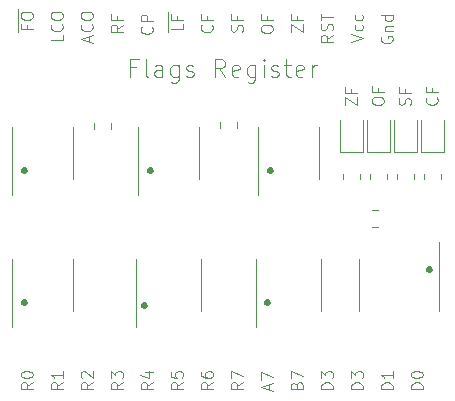
<source format=gbr>
%TF.GenerationSoftware,KiCad,Pcbnew,(6.0.0-0)*%
%TF.CreationDate,2022-01-18T20:41:07-05:00*%
%TF.ProjectId,Flags Register,466c6167-7320-4526-9567-69737465722e,rev?*%
%TF.SameCoordinates,Original*%
%TF.FileFunction,Legend,Top*%
%TF.FilePolarity,Positive*%
%FSLAX46Y46*%
G04 Gerber Fmt 4.6, Leading zero omitted, Abs format (unit mm)*
G04 Created by KiCad (PCBNEW (6.0.0-0)) date 2022-01-18 20:41:07*
%MOMM*%
%LPD*%
G01*
G04 APERTURE LIST*
%ADD10C,0.600000*%
%ADD11C,0.100000*%
%ADD12C,0.120000*%
G04 APERTURE END LIST*
D10*
X73406001Y-110490000D02*
G75*
G03*
X73406001Y-110490000I-1J0D01*
G01*
X62992001Y-110744000D02*
G75*
G03*
X62992001Y-110744000I-1J0D01*
G01*
X52832001Y-110490000D02*
G75*
G03*
X52832001Y-110490000I-1J0D01*
G01*
X52832001Y-99314000D02*
G75*
G03*
X52832001Y-99314000I-1J0D01*
G01*
X63500001Y-99314000D02*
G75*
G03*
X63500001Y-99314000I-1J0D01*
G01*
X73660001Y-99314000D02*
G75*
G03*
X73660001Y-99314000I-1J0D01*
G01*
X87122001Y-107696000D02*
G75*
G03*
X87122001Y-107696000I-1J0D01*
G01*
D11*
X52256000Y-87567761D02*
X52256000Y-86710619D01*
X53014571Y-86996333D02*
X53014571Y-87329666D01*
X53538380Y-87329666D02*
X52538380Y-87329666D01*
X52538380Y-86853476D01*
X52256000Y-86710619D02*
X52256000Y-85663000D01*
X52538380Y-86282047D02*
X52538380Y-86091571D01*
X52586000Y-85996333D01*
X52681238Y-85901095D01*
X52871714Y-85853476D01*
X53205047Y-85853476D01*
X53395523Y-85901095D01*
X53490761Y-85996333D01*
X53538380Y-86091571D01*
X53538380Y-86282047D01*
X53490761Y-86377285D01*
X53395523Y-86472523D01*
X53205047Y-86520142D01*
X52871714Y-86520142D01*
X52681238Y-86472523D01*
X52586000Y-86377285D01*
X52538380Y-86282047D01*
X86558380Y-117806904D02*
X85558380Y-117806904D01*
X85558380Y-117568809D01*
X85606000Y-117425952D01*
X85701238Y-117330714D01*
X85796476Y-117283095D01*
X85986952Y-117235476D01*
X86129809Y-117235476D01*
X86320285Y-117283095D01*
X86415523Y-117330714D01*
X86510761Y-117425952D01*
X86558380Y-117568809D01*
X86558380Y-117806904D01*
X85558380Y-116616428D02*
X85558380Y-116521190D01*
X85606000Y-116425952D01*
X85653619Y-116378333D01*
X85748857Y-116330714D01*
X85939333Y-116283095D01*
X86177428Y-116283095D01*
X86367904Y-116330714D01*
X86463142Y-116378333D01*
X86510761Y-116425952D01*
X86558380Y-116521190D01*
X86558380Y-116616428D01*
X86510761Y-116711666D01*
X86463142Y-116759285D01*
X86367904Y-116806904D01*
X86177428Y-116854523D01*
X85939333Y-116854523D01*
X85748857Y-116806904D01*
X85653619Y-116759285D01*
X85606000Y-116711666D01*
X85558380Y-116616428D01*
X84018380Y-117806904D02*
X83018380Y-117806904D01*
X83018380Y-117568809D01*
X83066000Y-117425952D01*
X83161238Y-117330714D01*
X83256476Y-117283095D01*
X83446952Y-117235476D01*
X83589809Y-117235476D01*
X83780285Y-117283095D01*
X83875523Y-117330714D01*
X83970761Y-117425952D01*
X84018380Y-117568809D01*
X84018380Y-117806904D01*
X84018380Y-116283095D02*
X84018380Y-116854523D01*
X84018380Y-116568809D02*
X83018380Y-116568809D01*
X83161238Y-116664047D01*
X83256476Y-116759285D01*
X83304095Y-116854523D01*
X81478380Y-117806904D02*
X80478380Y-117806904D01*
X80478380Y-117568809D01*
X80526000Y-117425952D01*
X80621238Y-117330714D01*
X80716476Y-117283095D01*
X80906952Y-117235476D01*
X81049809Y-117235476D01*
X81240285Y-117283095D01*
X81335523Y-117330714D01*
X81430761Y-117425952D01*
X81478380Y-117568809D01*
X81478380Y-117806904D01*
X80478380Y-116902142D02*
X80478380Y-116283095D01*
X80859333Y-116616428D01*
X80859333Y-116473571D01*
X80906952Y-116378333D01*
X80954571Y-116330714D01*
X81049809Y-116283095D01*
X81287904Y-116283095D01*
X81383142Y-116330714D01*
X81430761Y-116378333D01*
X81478380Y-116473571D01*
X81478380Y-116759285D01*
X81430761Y-116854523D01*
X81383142Y-116902142D01*
X78938380Y-117806904D02*
X77938380Y-117806904D01*
X77938380Y-117568809D01*
X77986000Y-117425952D01*
X78081238Y-117330714D01*
X78176476Y-117283095D01*
X78366952Y-117235476D01*
X78509809Y-117235476D01*
X78700285Y-117283095D01*
X78795523Y-117330714D01*
X78890761Y-117425952D01*
X78938380Y-117568809D01*
X78938380Y-117806904D01*
X77938380Y-116902142D02*
X77938380Y-116283095D01*
X78319333Y-116616428D01*
X78319333Y-116473571D01*
X78366952Y-116378333D01*
X78414571Y-116330714D01*
X78509809Y-116283095D01*
X78747904Y-116283095D01*
X78843142Y-116330714D01*
X78890761Y-116378333D01*
X78938380Y-116473571D01*
X78938380Y-116759285D01*
X78890761Y-116854523D01*
X78843142Y-116902142D01*
X75874571Y-117473571D02*
X75922190Y-117330714D01*
X75969809Y-117283095D01*
X76065047Y-117235476D01*
X76207904Y-117235476D01*
X76303142Y-117283095D01*
X76350761Y-117330714D01*
X76398380Y-117425952D01*
X76398380Y-117806904D01*
X75398380Y-117806904D01*
X75398380Y-117473571D01*
X75446000Y-117378333D01*
X75493619Y-117330714D01*
X75588857Y-117283095D01*
X75684095Y-117283095D01*
X75779333Y-117330714D01*
X75826952Y-117378333D01*
X75874571Y-117473571D01*
X75874571Y-117806904D01*
X75398380Y-116902142D02*
X75398380Y-116235476D01*
X76398380Y-116664047D01*
X73572666Y-117854523D02*
X73572666Y-117378333D01*
X73858380Y-117949761D02*
X72858380Y-117616428D01*
X73858380Y-117283095D01*
X72858380Y-117045000D02*
X72858380Y-116378333D01*
X73858380Y-116806904D01*
X71318380Y-117235476D02*
X70842190Y-117568809D01*
X71318380Y-117806904D02*
X70318380Y-117806904D01*
X70318380Y-117425952D01*
X70366000Y-117330714D01*
X70413619Y-117283095D01*
X70508857Y-117235476D01*
X70651714Y-117235476D01*
X70746952Y-117283095D01*
X70794571Y-117330714D01*
X70842190Y-117425952D01*
X70842190Y-117806904D01*
X70318380Y-116902142D02*
X70318380Y-116235476D01*
X71318380Y-116664047D01*
X68778380Y-117235476D02*
X68302190Y-117568809D01*
X68778380Y-117806904D02*
X67778380Y-117806904D01*
X67778380Y-117425952D01*
X67826000Y-117330714D01*
X67873619Y-117283095D01*
X67968857Y-117235476D01*
X68111714Y-117235476D01*
X68206952Y-117283095D01*
X68254571Y-117330714D01*
X68302190Y-117425952D01*
X68302190Y-117806904D01*
X67778380Y-116378333D02*
X67778380Y-116568809D01*
X67826000Y-116664047D01*
X67873619Y-116711666D01*
X68016476Y-116806904D01*
X68206952Y-116854523D01*
X68587904Y-116854523D01*
X68683142Y-116806904D01*
X68730761Y-116759285D01*
X68778380Y-116664047D01*
X68778380Y-116473571D01*
X68730761Y-116378333D01*
X68683142Y-116330714D01*
X68587904Y-116283095D01*
X68349809Y-116283095D01*
X68254571Y-116330714D01*
X68206952Y-116378333D01*
X68159333Y-116473571D01*
X68159333Y-116664047D01*
X68206952Y-116759285D01*
X68254571Y-116806904D01*
X68349809Y-116854523D01*
X66238380Y-117235476D02*
X65762190Y-117568809D01*
X66238380Y-117806904D02*
X65238380Y-117806904D01*
X65238380Y-117425952D01*
X65286000Y-117330714D01*
X65333619Y-117283095D01*
X65428857Y-117235476D01*
X65571714Y-117235476D01*
X65666952Y-117283095D01*
X65714571Y-117330714D01*
X65762190Y-117425952D01*
X65762190Y-117806904D01*
X65238380Y-116330714D02*
X65238380Y-116806904D01*
X65714571Y-116854523D01*
X65666952Y-116806904D01*
X65619333Y-116711666D01*
X65619333Y-116473571D01*
X65666952Y-116378333D01*
X65714571Y-116330714D01*
X65809809Y-116283095D01*
X66047904Y-116283095D01*
X66143142Y-116330714D01*
X66190761Y-116378333D01*
X66238380Y-116473571D01*
X66238380Y-116711666D01*
X66190761Y-116806904D01*
X66143142Y-116854523D01*
X63698380Y-117235476D02*
X63222190Y-117568809D01*
X63698380Y-117806904D02*
X62698380Y-117806904D01*
X62698380Y-117425952D01*
X62746000Y-117330714D01*
X62793619Y-117283095D01*
X62888857Y-117235476D01*
X63031714Y-117235476D01*
X63126952Y-117283095D01*
X63174571Y-117330714D01*
X63222190Y-117425952D01*
X63222190Y-117806904D01*
X63031714Y-116378333D02*
X63698380Y-116378333D01*
X62650761Y-116616428D02*
X63365047Y-116854523D01*
X63365047Y-116235476D01*
X61158380Y-117235476D02*
X60682190Y-117568809D01*
X61158380Y-117806904D02*
X60158380Y-117806904D01*
X60158380Y-117425952D01*
X60206000Y-117330714D01*
X60253619Y-117283095D01*
X60348857Y-117235476D01*
X60491714Y-117235476D01*
X60586952Y-117283095D01*
X60634571Y-117330714D01*
X60682190Y-117425952D01*
X60682190Y-117806904D01*
X60158380Y-116902142D02*
X60158380Y-116283095D01*
X60539333Y-116616428D01*
X60539333Y-116473571D01*
X60586952Y-116378333D01*
X60634571Y-116330714D01*
X60729809Y-116283095D01*
X60967904Y-116283095D01*
X61063142Y-116330714D01*
X61110761Y-116378333D01*
X61158380Y-116473571D01*
X61158380Y-116759285D01*
X61110761Y-116854523D01*
X61063142Y-116902142D01*
X58618380Y-117235476D02*
X58142190Y-117568809D01*
X58618380Y-117806904D02*
X57618380Y-117806904D01*
X57618380Y-117425952D01*
X57666000Y-117330714D01*
X57713619Y-117283095D01*
X57808857Y-117235476D01*
X57951714Y-117235476D01*
X58046952Y-117283095D01*
X58094571Y-117330714D01*
X58142190Y-117425952D01*
X58142190Y-117806904D01*
X57713619Y-116854523D02*
X57666000Y-116806904D01*
X57618380Y-116711666D01*
X57618380Y-116473571D01*
X57666000Y-116378333D01*
X57713619Y-116330714D01*
X57808857Y-116283095D01*
X57904095Y-116283095D01*
X58046952Y-116330714D01*
X58618380Y-116902142D01*
X58618380Y-116283095D01*
X56078380Y-117235476D02*
X55602190Y-117568809D01*
X56078380Y-117806904D02*
X55078380Y-117806904D01*
X55078380Y-117425952D01*
X55126000Y-117330714D01*
X55173619Y-117283095D01*
X55268857Y-117235476D01*
X55411714Y-117235476D01*
X55506952Y-117283095D01*
X55554571Y-117330714D01*
X55602190Y-117425952D01*
X55602190Y-117806904D01*
X56078380Y-116283095D02*
X56078380Y-116854523D01*
X56078380Y-116568809D02*
X55078380Y-116568809D01*
X55221238Y-116664047D01*
X55316476Y-116759285D01*
X55364095Y-116854523D01*
X53538380Y-117235476D02*
X53062190Y-117568809D01*
X53538380Y-117806904D02*
X52538380Y-117806904D01*
X52538380Y-117425952D01*
X52586000Y-117330714D01*
X52633619Y-117283095D01*
X52728857Y-117235476D01*
X52871714Y-117235476D01*
X52966952Y-117283095D01*
X53014571Y-117330714D01*
X53062190Y-117425952D01*
X53062190Y-117806904D01*
X52538380Y-116616428D02*
X52538380Y-116521190D01*
X52586000Y-116425952D01*
X52633619Y-116378333D01*
X52728857Y-116330714D01*
X52919333Y-116283095D01*
X53157428Y-116283095D01*
X53347904Y-116330714D01*
X53443142Y-116378333D01*
X53490761Y-116425952D01*
X53538380Y-116521190D01*
X53538380Y-116616428D01*
X53490761Y-116711666D01*
X53443142Y-116759285D01*
X53347904Y-116806904D01*
X53157428Y-116854523D01*
X52919333Y-116854523D01*
X52728857Y-116806904D01*
X52633619Y-116759285D01*
X52586000Y-116711666D01*
X52538380Y-116616428D01*
X62310285Y-90570857D02*
X61810285Y-90570857D01*
X61810285Y-91356571D02*
X61810285Y-89856571D01*
X62524571Y-89856571D01*
X63310285Y-91356571D02*
X63167428Y-91285142D01*
X63096000Y-91142285D01*
X63096000Y-89856571D01*
X64524571Y-91356571D02*
X64524571Y-90570857D01*
X64453142Y-90428000D01*
X64310285Y-90356571D01*
X64024571Y-90356571D01*
X63881714Y-90428000D01*
X64524571Y-91285142D02*
X64381714Y-91356571D01*
X64024571Y-91356571D01*
X63881714Y-91285142D01*
X63810285Y-91142285D01*
X63810285Y-90999428D01*
X63881714Y-90856571D01*
X64024571Y-90785142D01*
X64381714Y-90785142D01*
X64524571Y-90713714D01*
X65881714Y-90356571D02*
X65881714Y-91570857D01*
X65810285Y-91713714D01*
X65738857Y-91785142D01*
X65596000Y-91856571D01*
X65381714Y-91856571D01*
X65238857Y-91785142D01*
X65881714Y-91285142D02*
X65738857Y-91356571D01*
X65453142Y-91356571D01*
X65310285Y-91285142D01*
X65238857Y-91213714D01*
X65167428Y-91070857D01*
X65167428Y-90642285D01*
X65238857Y-90499428D01*
X65310285Y-90428000D01*
X65453142Y-90356571D01*
X65738857Y-90356571D01*
X65881714Y-90428000D01*
X66524571Y-91285142D02*
X66667428Y-91356571D01*
X66953142Y-91356571D01*
X67096000Y-91285142D01*
X67167428Y-91142285D01*
X67167428Y-91070857D01*
X67096000Y-90928000D01*
X66953142Y-90856571D01*
X66738857Y-90856571D01*
X66596000Y-90785142D01*
X66524571Y-90642285D01*
X66524571Y-90570857D01*
X66596000Y-90428000D01*
X66738857Y-90356571D01*
X66953142Y-90356571D01*
X67096000Y-90428000D01*
X69810285Y-91356571D02*
X69310285Y-90642285D01*
X68953142Y-91356571D02*
X68953142Y-89856571D01*
X69524571Y-89856571D01*
X69667428Y-89928000D01*
X69738857Y-89999428D01*
X69810285Y-90142285D01*
X69810285Y-90356571D01*
X69738857Y-90499428D01*
X69667428Y-90570857D01*
X69524571Y-90642285D01*
X68953142Y-90642285D01*
X71024571Y-91285142D02*
X70881714Y-91356571D01*
X70596000Y-91356571D01*
X70453142Y-91285142D01*
X70381714Y-91142285D01*
X70381714Y-90570857D01*
X70453142Y-90428000D01*
X70596000Y-90356571D01*
X70881714Y-90356571D01*
X71024571Y-90428000D01*
X71096000Y-90570857D01*
X71096000Y-90713714D01*
X70381714Y-90856571D01*
X72381714Y-90356571D02*
X72381714Y-91570857D01*
X72310285Y-91713714D01*
X72238857Y-91785142D01*
X72096000Y-91856571D01*
X71881714Y-91856571D01*
X71738857Y-91785142D01*
X72381714Y-91285142D02*
X72238857Y-91356571D01*
X71953142Y-91356571D01*
X71810285Y-91285142D01*
X71738857Y-91213714D01*
X71667428Y-91070857D01*
X71667428Y-90642285D01*
X71738857Y-90499428D01*
X71810285Y-90428000D01*
X71953142Y-90356571D01*
X72238857Y-90356571D01*
X72381714Y-90428000D01*
X73096000Y-91356571D02*
X73096000Y-90356571D01*
X73096000Y-89856571D02*
X73024571Y-89928000D01*
X73096000Y-89999428D01*
X73167428Y-89928000D01*
X73096000Y-89856571D01*
X73096000Y-89999428D01*
X73738857Y-91285142D02*
X73881714Y-91356571D01*
X74167428Y-91356571D01*
X74310285Y-91285142D01*
X74381714Y-91142285D01*
X74381714Y-91070857D01*
X74310285Y-90928000D01*
X74167428Y-90856571D01*
X73953142Y-90856571D01*
X73810285Y-90785142D01*
X73738857Y-90642285D01*
X73738857Y-90570857D01*
X73810285Y-90428000D01*
X73953142Y-90356571D01*
X74167428Y-90356571D01*
X74310285Y-90428000D01*
X74810285Y-90356571D02*
X75381714Y-90356571D01*
X75024571Y-89856571D02*
X75024571Y-91142285D01*
X75096000Y-91285142D01*
X75238857Y-91356571D01*
X75381714Y-91356571D01*
X76453142Y-91285142D02*
X76310285Y-91356571D01*
X76024571Y-91356571D01*
X75881714Y-91285142D01*
X75810285Y-91142285D01*
X75810285Y-90570857D01*
X75881714Y-90428000D01*
X76024571Y-90356571D01*
X76310285Y-90356571D01*
X76453142Y-90428000D01*
X76524571Y-90570857D01*
X76524571Y-90713714D01*
X75810285Y-90856571D01*
X77167428Y-91356571D02*
X77167428Y-90356571D01*
X77167428Y-90642285D02*
X77238857Y-90499428D01*
X77310285Y-90428000D01*
X77453142Y-90356571D01*
X77596000Y-90356571D01*
X87733142Y-93105476D02*
X87780761Y-93153095D01*
X87828380Y-93295952D01*
X87828380Y-93391190D01*
X87780761Y-93534047D01*
X87685523Y-93629285D01*
X87590285Y-93676904D01*
X87399809Y-93724523D01*
X87256952Y-93724523D01*
X87066476Y-93676904D01*
X86971238Y-93629285D01*
X86876000Y-93534047D01*
X86828380Y-93391190D01*
X86828380Y-93295952D01*
X86876000Y-93153095D01*
X86923619Y-93105476D01*
X87304571Y-92343571D02*
X87304571Y-92676904D01*
X87828380Y-92676904D02*
X86828380Y-92676904D01*
X86828380Y-92200714D01*
X85494761Y-93724523D02*
X85542380Y-93581666D01*
X85542380Y-93343571D01*
X85494761Y-93248333D01*
X85447142Y-93200714D01*
X85351904Y-93153095D01*
X85256666Y-93153095D01*
X85161428Y-93200714D01*
X85113809Y-93248333D01*
X85066190Y-93343571D01*
X85018571Y-93534047D01*
X84970952Y-93629285D01*
X84923333Y-93676904D01*
X84828095Y-93724523D01*
X84732857Y-93724523D01*
X84637619Y-93676904D01*
X84590000Y-93629285D01*
X84542380Y-93534047D01*
X84542380Y-93295952D01*
X84590000Y-93153095D01*
X85018571Y-92391190D02*
X85018571Y-92724523D01*
X85542380Y-92724523D02*
X84542380Y-92724523D01*
X84542380Y-92248333D01*
X82256380Y-93486428D02*
X82256380Y-93295952D01*
X82304000Y-93200714D01*
X82399238Y-93105476D01*
X82589714Y-93057857D01*
X82923047Y-93057857D01*
X83113523Y-93105476D01*
X83208761Y-93200714D01*
X83256380Y-93295952D01*
X83256380Y-93486428D01*
X83208761Y-93581666D01*
X83113523Y-93676904D01*
X82923047Y-93724523D01*
X82589714Y-93724523D01*
X82399238Y-93676904D01*
X82304000Y-93581666D01*
X82256380Y-93486428D01*
X82732571Y-92295952D02*
X82732571Y-92629285D01*
X83256380Y-92629285D02*
X82256380Y-92629285D01*
X82256380Y-92153095D01*
X79970380Y-93772142D02*
X79970380Y-93105476D01*
X80970380Y-93772142D01*
X80970380Y-93105476D01*
X80446571Y-92391190D02*
X80446571Y-92724523D01*
X80970380Y-92724523D02*
X79970380Y-92724523D01*
X79970380Y-92248333D01*
X83066000Y-87964619D02*
X83018380Y-88059857D01*
X83018380Y-88202714D01*
X83066000Y-88345571D01*
X83161238Y-88440809D01*
X83256476Y-88488428D01*
X83446952Y-88536047D01*
X83589809Y-88536047D01*
X83780285Y-88488428D01*
X83875523Y-88440809D01*
X83970761Y-88345571D01*
X84018380Y-88202714D01*
X84018380Y-88107476D01*
X83970761Y-87964619D01*
X83923142Y-87917000D01*
X83589809Y-87917000D01*
X83589809Y-88107476D01*
X83351714Y-87488428D02*
X84018380Y-87488428D01*
X83446952Y-87488428D02*
X83399333Y-87440809D01*
X83351714Y-87345571D01*
X83351714Y-87202714D01*
X83399333Y-87107476D01*
X83494571Y-87059857D01*
X84018380Y-87059857D01*
X84018380Y-86155095D02*
X83018380Y-86155095D01*
X83970761Y-86155095D02*
X84018380Y-86250333D01*
X84018380Y-86440809D01*
X83970761Y-86536047D01*
X83923142Y-86583666D01*
X83827904Y-86631285D01*
X83542190Y-86631285D01*
X83446952Y-86583666D01*
X83399333Y-86536047D01*
X83351714Y-86440809D01*
X83351714Y-86250333D01*
X83399333Y-86155095D01*
X68683142Y-86964619D02*
X68730761Y-87012238D01*
X68778380Y-87155095D01*
X68778380Y-87250333D01*
X68730761Y-87393190D01*
X68635523Y-87488428D01*
X68540285Y-87536047D01*
X68349809Y-87583666D01*
X68206952Y-87583666D01*
X68016476Y-87536047D01*
X67921238Y-87488428D01*
X67826000Y-87393190D01*
X67778380Y-87250333D01*
X67778380Y-87155095D01*
X67826000Y-87012238D01*
X67873619Y-86964619D01*
X68254571Y-86202714D02*
X68254571Y-86536047D01*
X68778380Y-86536047D02*
X67778380Y-86536047D01*
X67778380Y-86059857D01*
X75398380Y-87583666D02*
X75398380Y-86917000D01*
X76398380Y-87583666D01*
X76398380Y-86917000D01*
X75874571Y-86202714D02*
X75874571Y-86536047D01*
X76398380Y-86536047D02*
X75398380Y-86536047D01*
X75398380Y-86059857D01*
X78938380Y-87821761D02*
X78462190Y-88155095D01*
X78938380Y-88393190D02*
X77938380Y-88393190D01*
X77938380Y-88012238D01*
X77986000Y-87917000D01*
X78033619Y-87869380D01*
X78128857Y-87821761D01*
X78271714Y-87821761D01*
X78366952Y-87869380D01*
X78414571Y-87917000D01*
X78462190Y-88012238D01*
X78462190Y-88393190D01*
X78890761Y-87440809D02*
X78938380Y-87297952D01*
X78938380Y-87059857D01*
X78890761Y-86964619D01*
X78843142Y-86917000D01*
X78747904Y-86869380D01*
X78652666Y-86869380D01*
X78557428Y-86917000D01*
X78509809Y-86964619D01*
X78462190Y-87059857D01*
X78414571Y-87250333D01*
X78366952Y-87345571D01*
X78319333Y-87393190D01*
X78224095Y-87440809D01*
X78128857Y-87440809D01*
X78033619Y-87393190D01*
X77986000Y-87345571D01*
X77938380Y-87250333D01*
X77938380Y-87012238D01*
X77986000Y-86869380D01*
X77938380Y-86583666D02*
X77938380Y-86012238D01*
X78938380Y-86297952D02*
X77938380Y-86297952D01*
X71270761Y-87536047D02*
X71318380Y-87393190D01*
X71318380Y-87155095D01*
X71270761Y-87059857D01*
X71223142Y-87012238D01*
X71127904Y-86964619D01*
X71032666Y-86964619D01*
X70937428Y-87012238D01*
X70889809Y-87059857D01*
X70842190Y-87155095D01*
X70794571Y-87345571D01*
X70746952Y-87440809D01*
X70699333Y-87488428D01*
X70604095Y-87536047D01*
X70508857Y-87536047D01*
X70413619Y-87488428D01*
X70366000Y-87440809D01*
X70318380Y-87345571D01*
X70318380Y-87107476D01*
X70366000Y-86964619D01*
X70794571Y-86202714D02*
X70794571Y-86536047D01*
X71318380Y-86536047D02*
X70318380Y-86536047D01*
X70318380Y-86059857D01*
X64956000Y-87583666D02*
X64956000Y-86774142D01*
X66238380Y-86869380D02*
X66238380Y-87345571D01*
X65238380Y-87345571D01*
X64956000Y-86774142D02*
X64956000Y-85917000D01*
X65714571Y-86202714D02*
X65714571Y-86536047D01*
X66238380Y-86536047D02*
X65238380Y-86536047D01*
X65238380Y-86059857D01*
X72858380Y-87393190D02*
X72858380Y-87202714D01*
X72906000Y-87107476D01*
X73001238Y-87012238D01*
X73191714Y-86964619D01*
X73525047Y-86964619D01*
X73715523Y-87012238D01*
X73810761Y-87107476D01*
X73858380Y-87202714D01*
X73858380Y-87393190D01*
X73810761Y-87488428D01*
X73715523Y-87583666D01*
X73525047Y-87631285D01*
X73191714Y-87631285D01*
X73001238Y-87583666D01*
X72906000Y-87488428D01*
X72858380Y-87393190D01*
X73334571Y-86202714D02*
X73334571Y-86536047D01*
X73858380Y-86536047D02*
X72858380Y-86536047D01*
X72858380Y-86059857D01*
X63603142Y-87107476D02*
X63650761Y-87155095D01*
X63698380Y-87297952D01*
X63698380Y-87393190D01*
X63650761Y-87536047D01*
X63555523Y-87631285D01*
X63460285Y-87678904D01*
X63269809Y-87726523D01*
X63126952Y-87726523D01*
X62936476Y-87678904D01*
X62841238Y-87631285D01*
X62746000Y-87536047D01*
X62698380Y-87393190D01*
X62698380Y-87297952D01*
X62746000Y-87155095D01*
X62793619Y-87107476D01*
X63698380Y-86678904D02*
X62698380Y-86678904D01*
X62698380Y-86297952D01*
X62746000Y-86202714D01*
X62793619Y-86155095D01*
X62888857Y-86107476D01*
X63031714Y-86107476D01*
X63126952Y-86155095D01*
X63174571Y-86202714D01*
X63222190Y-86297952D01*
X63222190Y-86678904D01*
X56078380Y-87805857D02*
X56078380Y-88282047D01*
X55078380Y-88282047D01*
X55983142Y-86901095D02*
X56030761Y-86948714D01*
X56078380Y-87091571D01*
X56078380Y-87186809D01*
X56030761Y-87329666D01*
X55935523Y-87424904D01*
X55840285Y-87472523D01*
X55649809Y-87520142D01*
X55506952Y-87520142D01*
X55316476Y-87472523D01*
X55221238Y-87424904D01*
X55126000Y-87329666D01*
X55078380Y-87186809D01*
X55078380Y-87091571D01*
X55126000Y-86948714D01*
X55173619Y-86901095D01*
X55078380Y-86282047D02*
X55078380Y-86091571D01*
X55126000Y-85996333D01*
X55221238Y-85901095D01*
X55411714Y-85853476D01*
X55745047Y-85853476D01*
X55935523Y-85901095D01*
X56030761Y-85996333D01*
X56078380Y-86091571D01*
X56078380Y-86282047D01*
X56030761Y-86377285D01*
X55935523Y-86472523D01*
X55745047Y-86520142D01*
X55411714Y-86520142D01*
X55221238Y-86472523D01*
X55126000Y-86377285D01*
X55078380Y-86282047D01*
X80478380Y-88393190D02*
X81478380Y-88059857D01*
X80478380Y-87726523D01*
X81430761Y-86964619D02*
X81478380Y-87059857D01*
X81478380Y-87250333D01*
X81430761Y-87345571D01*
X81383142Y-87393190D01*
X81287904Y-87440809D01*
X81002190Y-87440809D01*
X80906952Y-87393190D01*
X80859333Y-87345571D01*
X80811714Y-87250333D01*
X80811714Y-87059857D01*
X80859333Y-86964619D01*
X81430761Y-86107476D02*
X81478380Y-86202714D01*
X81478380Y-86393190D01*
X81430761Y-86488428D01*
X81383142Y-86536047D01*
X81287904Y-86583666D01*
X81002190Y-86583666D01*
X80906952Y-86536047D01*
X80859333Y-86488428D01*
X80811714Y-86393190D01*
X80811714Y-86202714D01*
X80859333Y-86107476D01*
X61158380Y-86964619D02*
X60682190Y-87297952D01*
X61158380Y-87536047D02*
X60158380Y-87536047D01*
X60158380Y-87155095D01*
X60206000Y-87059857D01*
X60253619Y-87012238D01*
X60348857Y-86964619D01*
X60491714Y-86964619D01*
X60586952Y-87012238D01*
X60634571Y-87059857D01*
X60682190Y-87155095D01*
X60682190Y-87536047D01*
X60634571Y-86202714D02*
X60634571Y-86536047D01*
X61158380Y-86536047D02*
X60158380Y-86536047D01*
X60158380Y-86059857D01*
X58332666Y-88377285D02*
X58332666Y-87901095D01*
X58618380Y-88472523D02*
X57618380Y-88139190D01*
X58618380Y-87805857D01*
X58523142Y-86901095D02*
X58570761Y-86948714D01*
X58618380Y-87091571D01*
X58618380Y-87186809D01*
X58570761Y-87329666D01*
X58475523Y-87424904D01*
X58380285Y-87472523D01*
X58189809Y-87520142D01*
X58046952Y-87520142D01*
X57856476Y-87472523D01*
X57761238Y-87424904D01*
X57666000Y-87329666D01*
X57618380Y-87186809D01*
X57618380Y-87091571D01*
X57666000Y-86948714D01*
X57713619Y-86901095D01*
X57618380Y-86282047D02*
X57618380Y-86091571D01*
X57666000Y-85996333D01*
X57761238Y-85901095D01*
X57951714Y-85853476D01*
X58285047Y-85853476D01*
X58475523Y-85901095D01*
X58570761Y-85996333D01*
X58618380Y-86091571D01*
X58618380Y-86282047D01*
X58570761Y-86377285D01*
X58475523Y-86472523D01*
X58285047Y-86520142D01*
X57951714Y-86520142D01*
X57761238Y-86472523D01*
X57666000Y-86377285D01*
X57618380Y-86282047D01*
D12*
%TO.C,C1*%
X60171000Y-95242748D02*
X60171000Y-95765252D01*
X58701000Y-95242748D02*
X58701000Y-95765252D01*
%TO.C,C2*%
X82288748Y-102643000D02*
X82811252Y-102643000D01*
X82288748Y-104113000D02*
X82811252Y-104113000D01*
%TO.C,C3*%
X70839000Y-95176748D02*
X70839000Y-95699252D01*
X69369000Y-95176748D02*
X69369000Y-95699252D01*
%TO.C,D1*%
X86416000Y-95012000D02*
X86416000Y-97697000D01*
X88336000Y-97697000D02*
X88336000Y-95012000D01*
X86416000Y-97697000D02*
X88336000Y-97697000D01*
%TO.C,D2*%
X86050000Y-97697000D02*
X86050000Y-95012000D01*
X84130000Y-97697000D02*
X86050000Y-97697000D01*
X84130000Y-95012000D02*
X84130000Y-97697000D01*
%TO.C,D3*%
X81844000Y-95012000D02*
X81844000Y-97697000D01*
X83764000Y-97697000D02*
X83764000Y-95012000D01*
X81844000Y-97697000D02*
X83764000Y-97697000D01*
%TO.C,D4*%
X79558000Y-95012000D02*
X79558000Y-97697000D01*
X79558000Y-97697000D02*
X81478000Y-97697000D01*
X81478000Y-97697000D02*
X81478000Y-95012000D01*
%TO.C,R1*%
X88111000Y-99594936D02*
X88111000Y-100049064D01*
X86641000Y-99594936D02*
X86641000Y-100049064D01*
%TO.C,R2*%
X84355000Y-99594936D02*
X84355000Y-100049064D01*
X85825000Y-99594936D02*
X85825000Y-100049064D01*
%TO.C,R3*%
X83539000Y-99594936D02*
X83539000Y-100049064D01*
X82069000Y-99594936D02*
X82069000Y-100049064D01*
%TO.C,R4*%
X81253000Y-99594936D02*
X81253000Y-100049064D01*
X79783000Y-99594936D02*
X79783000Y-100049064D01*
%TO.C,U1*%
X77919000Y-108966000D02*
X77919000Y-106766000D01*
X72449000Y-108966000D02*
X72449000Y-112566000D01*
X72449000Y-108966000D02*
X72449000Y-106766000D01*
X77919000Y-108966000D02*
X77919000Y-111166000D01*
%TO.C,U2*%
X87967000Y-108966000D02*
X87967000Y-111166000D01*
X81197000Y-108966000D02*
X81197000Y-111166000D01*
X81197000Y-108966000D02*
X81197000Y-106766000D01*
X87967000Y-108966000D02*
X87967000Y-105366000D01*
%TO.C,U35*%
X56966000Y-97790000D02*
X56966000Y-99990000D01*
X51746000Y-97790000D02*
X51746000Y-95590000D01*
X56966000Y-97790000D02*
X56966000Y-95590000D01*
X51746000Y-97790000D02*
X51746000Y-101390000D01*
%TO.C,U36*%
X51746000Y-108966000D02*
X51746000Y-106766000D01*
X56966000Y-108966000D02*
X56966000Y-111166000D01*
X51746000Y-108966000D02*
X51746000Y-112566000D01*
X56966000Y-108966000D02*
X56966000Y-106766000D01*
%TO.C,U37*%
X67634000Y-97790000D02*
X67634000Y-95590000D01*
X67634000Y-97790000D02*
X67634000Y-99990000D01*
X62414000Y-97790000D02*
X62414000Y-95590000D01*
X62414000Y-97790000D02*
X62414000Y-101390000D01*
%TO.C,U38*%
X62289000Y-108966000D02*
X62289000Y-106766000D01*
X67759000Y-108966000D02*
X67759000Y-111166000D01*
X67759000Y-108966000D02*
X67759000Y-106766000D01*
X62289000Y-108966000D02*
X62289000Y-112566000D01*
%TO.C,U39*%
X72574000Y-97790000D02*
X72574000Y-95590000D01*
X77794000Y-97790000D02*
X77794000Y-95590000D01*
X77794000Y-97790000D02*
X77794000Y-99990000D01*
X72574000Y-97790000D02*
X72574000Y-101390000D01*
%TD*%
M02*

</source>
